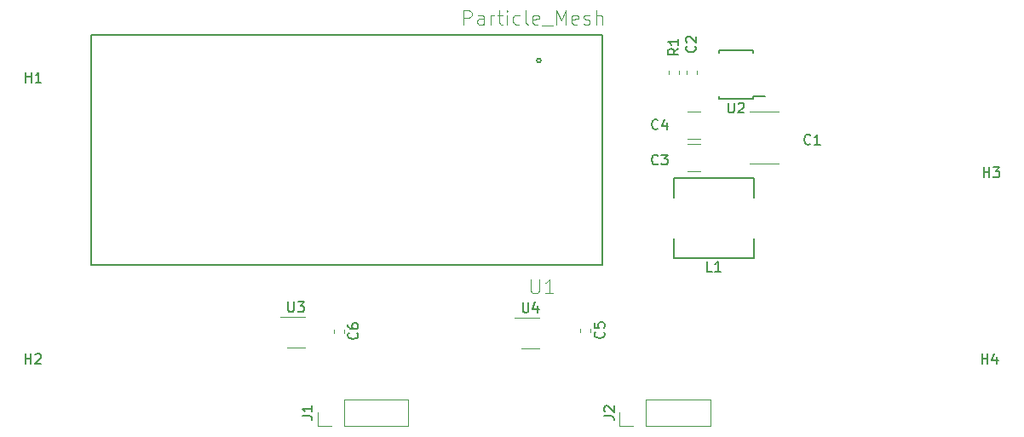
<source format=gbr>
G04 #@! TF.GenerationSoftware,KiCad,Pcbnew,5.1.4*
G04 #@! TF.CreationDate,2019-08-23T17:49:04-04:00*
G04 #@! TF.ProjectId,siot-gateway-particle,73696f74-2d67-4617-9465-7761792d7061,rev?*
G04 #@! TF.SameCoordinates,Original*
G04 #@! TF.FileFunction,Legend,Top*
G04 #@! TF.FilePolarity,Positive*
%FSLAX46Y46*%
G04 Gerber Fmt 4.6, Leading zero omitted, Abs format (unit mm)*
G04 Created by KiCad (PCBNEW 5.1.4) date 2019-08-23 17:49:04*
%MOMM*%
%LPD*%
G04 APERTURE LIST*
%ADD10C,0.203200*%
%ADD11C,0.127000*%
%ADD12C,0.150000*%
%ADD13C,0.120000*%
%ADD14C,0.050000*%
G04 APERTURE END LIST*
D10*
X144840000Y-78000000D02*
G75*
G03X144840000Y-78000000I-200000J0D01*
G01*
D11*
X150990000Y-75460000D02*
X150990000Y-98320000D01*
X100190000Y-75460000D02*
X150990000Y-75460000D01*
X100190000Y-98320000D02*
X100190000Y-75460000D01*
X150990000Y-98320000D02*
X100190000Y-98320000D01*
D12*
X165917000Y-81598000D02*
X167142000Y-81598000D01*
X165917000Y-76973000D02*
X162567000Y-76973000D01*
X165917000Y-81823000D02*
X162567000Y-81823000D01*
X165917000Y-76973000D02*
X165917000Y-77273000D01*
X162567000Y-76973000D02*
X162567000Y-77273000D01*
X162567000Y-81823000D02*
X162567000Y-81523000D01*
X165917000Y-81823000D02*
X165917000Y-81598000D01*
D13*
X159457936Y-85770000D02*
X160662064Y-85770000D01*
X159457936Y-83050000D02*
X160662064Y-83050000D01*
X159300000Y-78997221D02*
X159300000Y-79322779D01*
X160320000Y-78997221D02*
X160320000Y-79322779D01*
X159457936Y-89020000D02*
X160662064Y-89020000D01*
X159457936Y-86300000D02*
X160662064Y-86300000D01*
X157550000Y-79034721D02*
X157550000Y-79360279D01*
X158570000Y-79034721D02*
X158570000Y-79360279D01*
D12*
X158060000Y-89660000D02*
X158060000Y-91660000D01*
X166060000Y-89660000D02*
X158060000Y-89660000D01*
X166060000Y-91660000D02*
X166060000Y-89660000D01*
X158060000Y-97660000D02*
X158060000Y-95660000D01*
X166060000Y-97660000D02*
X158060000Y-97660000D01*
X166060000Y-95660000D02*
X166060000Y-97660000D01*
D13*
X168475748Y-83050000D02*
X165644252Y-83050000D01*
X168475748Y-88270000D02*
X165644252Y-88270000D01*
X124290000Y-104737221D02*
X124290000Y-105062779D01*
X125310000Y-104737221D02*
X125310000Y-105062779D01*
X148790000Y-104649721D02*
X148790000Y-104975279D01*
X149810000Y-104649721D02*
X149810000Y-104975279D01*
X144690000Y-103540000D02*
X142260000Y-103540000D01*
X142930000Y-106610000D02*
X144690000Y-106610000D01*
X121380000Y-103490000D02*
X118950000Y-103490000D01*
X119620000Y-106560000D02*
X121380000Y-106560000D01*
X160410000Y-111670000D02*
X161680000Y-111670000D01*
X160410000Y-114330000D02*
X161680000Y-114330000D01*
X152670000Y-114330000D02*
X152670000Y-113000000D01*
X154000000Y-114330000D02*
X152670000Y-114330000D01*
X155270000Y-114330000D02*
X155270000Y-111670000D01*
X155270000Y-111670000D02*
X160410000Y-111670000D01*
X155270000Y-114330000D02*
X160410000Y-114330000D01*
X161680000Y-114330000D02*
X161680000Y-111670000D01*
X130410000Y-111670000D02*
X131680000Y-111670000D01*
X130410000Y-114330000D02*
X131680000Y-114330000D01*
X122670000Y-114330000D02*
X122670000Y-113000000D01*
X124000000Y-114330000D02*
X122670000Y-114330000D01*
X125270000Y-114330000D02*
X125270000Y-111670000D01*
X125270000Y-111670000D02*
X130410000Y-111670000D01*
X125270000Y-114330000D02*
X130410000Y-114330000D01*
X131680000Y-114330000D02*
X131680000Y-111670000D01*
D14*
X143865693Y-99739323D02*
X143865693Y-100875036D01*
X143932500Y-101008650D01*
X143999306Y-101075456D01*
X144132920Y-101142263D01*
X144400146Y-101142263D01*
X144533760Y-101075456D01*
X144600566Y-101008650D01*
X144667373Y-100875036D01*
X144667373Y-99739323D01*
X146070313Y-101142263D02*
X145268633Y-101142263D01*
X145669473Y-101142263D02*
X145669473Y-99739323D01*
X145535860Y-99939743D01*
X145402246Y-100073356D01*
X145268633Y-100140163D01*
X137164030Y-74414644D02*
X137164030Y-73011524D01*
X137698552Y-73011524D01*
X137832182Y-73078340D01*
X137898998Y-73145155D01*
X137965813Y-73278785D01*
X137965813Y-73479231D01*
X137898998Y-73612861D01*
X137832182Y-73679677D01*
X137698552Y-73746492D01*
X137164030Y-73746492D01*
X139168487Y-74414644D02*
X139168487Y-73679677D01*
X139101672Y-73546046D01*
X138968041Y-73479231D01*
X138700780Y-73479231D01*
X138567150Y-73546046D01*
X139168487Y-74347829D02*
X139034857Y-74414644D01*
X138700780Y-74414644D01*
X138567150Y-74347829D01*
X138500335Y-74214199D01*
X138500335Y-74080568D01*
X138567150Y-73946938D01*
X138700780Y-73880122D01*
X139034857Y-73880122D01*
X139168487Y-73813307D01*
X139836640Y-74414644D02*
X139836640Y-73479231D01*
X139836640Y-73746492D02*
X139903455Y-73612861D01*
X139970270Y-73546046D01*
X140103900Y-73479231D01*
X140237531Y-73479231D01*
X140504792Y-73479231D02*
X141039314Y-73479231D01*
X140705238Y-73011524D02*
X140705238Y-74214199D01*
X140772053Y-74347829D01*
X140905683Y-74414644D01*
X141039314Y-74414644D01*
X141507020Y-74414644D02*
X141507020Y-73479231D01*
X141507020Y-73011524D02*
X141440205Y-73078340D01*
X141507020Y-73145155D01*
X141573836Y-73078340D01*
X141507020Y-73011524D01*
X141507020Y-73145155D01*
X142776510Y-74347829D02*
X142642880Y-74414644D01*
X142375619Y-74414644D01*
X142241988Y-74347829D01*
X142175173Y-74281014D01*
X142108358Y-74147383D01*
X142108358Y-73746492D01*
X142175173Y-73612861D01*
X142241988Y-73546046D01*
X142375619Y-73479231D01*
X142642880Y-73479231D01*
X142776510Y-73546046D01*
X143578293Y-74414644D02*
X143444662Y-74347829D01*
X143377847Y-74214199D01*
X143377847Y-73011524D01*
X144647337Y-74347829D02*
X144513706Y-74414644D01*
X144246445Y-74414644D01*
X144112815Y-74347829D01*
X144046000Y-74214199D01*
X144046000Y-73679677D01*
X144112815Y-73546046D01*
X144246445Y-73479231D01*
X144513706Y-73479231D01*
X144647337Y-73546046D01*
X144714152Y-73679677D01*
X144714152Y-73813307D01*
X144046000Y-73946938D01*
X144981413Y-74548275D02*
X146050457Y-74548275D01*
X146384533Y-74414644D02*
X146384533Y-73011524D01*
X146852240Y-74013753D01*
X147319946Y-73011524D01*
X147319946Y-74414644D01*
X148522620Y-74347829D02*
X148388990Y-74414644D01*
X148121729Y-74414644D01*
X147988099Y-74347829D01*
X147921283Y-74214199D01*
X147921283Y-73679677D01*
X147988099Y-73546046D01*
X148121729Y-73479231D01*
X148388990Y-73479231D01*
X148522620Y-73546046D01*
X148589436Y-73679677D01*
X148589436Y-73813307D01*
X147921283Y-73946938D01*
X149123958Y-74347829D02*
X149257588Y-74414644D01*
X149524849Y-74414644D01*
X149658480Y-74347829D01*
X149725295Y-74214199D01*
X149725295Y-74147383D01*
X149658480Y-74013753D01*
X149524849Y-73946938D01*
X149324403Y-73946938D01*
X149190773Y-73880122D01*
X149123958Y-73746492D01*
X149123958Y-73679677D01*
X149190773Y-73546046D01*
X149324403Y-73479231D01*
X149524849Y-73479231D01*
X149658480Y-73546046D01*
X150326632Y-74414644D02*
X150326632Y-73011524D01*
X150927969Y-74414644D02*
X150927969Y-73679677D01*
X150861154Y-73546046D01*
X150727523Y-73479231D01*
X150527078Y-73479231D01*
X150393447Y-73546046D01*
X150326632Y-73612861D01*
D12*
X163480095Y-82200380D02*
X163480095Y-83009904D01*
X163527714Y-83105142D01*
X163575333Y-83152761D01*
X163670571Y-83200380D01*
X163861047Y-83200380D01*
X163956285Y-83152761D01*
X164003904Y-83105142D01*
X164051523Y-83009904D01*
X164051523Y-82200380D01*
X164480095Y-82295619D02*
X164527714Y-82248000D01*
X164622952Y-82200380D01*
X164861047Y-82200380D01*
X164956285Y-82248000D01*
X165003904Y-82295619D01*
X165051523Y-82390857D01*
X165051523Y-82486095D01*
X165003904Y-82628952D01*
X164432476Y-83200380D01*
X165051523Y-83200380D01*
X156493333Y-84767142D02*
X156445714Y-84814761D01*
X156302857Y-84862380D01*
X156207619Y-84862380D01*
X156064761Y-84814761D01*
X155969523Y-84719523D01*
X155921904Y-84624285D01*
X155874285Y-84433809D01*
X155874285Y-84290952D01*
X155921904Y-84100476D01*
X155969523Y-84005238D01*
X156064761Y-83910000D01*
X156207619Y-83862380D01*
X156302857Y-83862380D01*
X156445714Y-83910000D01*
X156493333Y-83957619D01*
X157350476Y-84195714D02*
X157350476Y-84862380D01*
X157112380Y-83814761D02*
X156874285Y-84529047D01*
X157493333Y-84529047D01*
X160167142Y-76576666D02*
X160214761Y-76624285D01*
X160262380Y-76767142D01*
X160262380Y-76862380D01*
X160214761Y-77005238D01*
X160119523Y-77100476D01*
X160024285Y-77148095D01*
X159833809Y-77195714D01*
X159690952Y-77195714D01*
X159500476Y-77148095D01*
X159405238Y-77100476D01*
X159310000Y-77005238D01*
X159262380Y-76862380D01*
X159262380Y-76767142D01*
X159310000Y-76624285D01*
X159357619Y-76576666D01*
X159357619Y-76195714D02*
X159310000Y-76148095D01*
X159262380Y-76052857D01*
X159262380Y-75814761D01*
X159310000Y-75719523D01*
X159357619Y-75671904D01*
X159452857Y-75624285D01*
X159548095Y-75624285D01*
X159690952Y-75671904D01*
X160262380Y-76243333D01*
X160262380Y-75624285D01*
X156493333Y-88267142D02*
X156445714Y-88314761D01*
X156302857Y-88362380D01*
X156207619Y-88362380D01*
X156064761Y-88314761D01*
X155969523Y-88219523D01*
X155921904Y-88124285D01*
X155874285Y-87933809D01*
X155874285Y-87790952D01*
X155921904Y-87600476D01*
X155969523Y-87505238D01*
X156064761Y-87410000D01*
X156207619Y-87362380D01*
X156302857Y-87362380D01*
X156445714Y-87410000D01*
X156493333Y-87457619D01*
X156826666Y-87362380D02*
X157445714Y-87362380D01*
X157112380Y-87743333D01*
X157255238Y-87743333D01*
X157350476Y-87790952D01*
X157398095Y-87838571D01*
X157445714Y-87933809D01*
X157445714Y-88171904D01*
X157398095Y-88267142D01*
X157350476Y-88314761D01*
X157255238Y-88362380D01*
X156969523Y-88362380D01*
X156874285Y-88314761D01*
X156826666Y-88267142D01*
X158512380Y-76826666D02*
X158036190Y-77160000D01*
X158512380Y-77398095D02*
X157512380Y-77398095D01*
X157512380Y-77017142D01*
X157560000Y-76921904D01*
X157607619Y-76874285D01*
X157702857Y-76826666D01*
X157845714Y-76826666D01*
X157940952Y-76874285D01*
X157988571Y-76921904D01*
X158036190Y-77017142D01*
X158036190Y-77398095D01*
X158512380Y-75874285D02*
X158512380Y-76445714D01*
X158512380Y-76160000D02*
X157512380Y-76160000D01*
X157655238Y-76255238D01*
X157750476Y-76350476D01*
X157798095Y-76445714D01*
X161868333Y-98962380D02*
X161392142Y-98962380D01*
X161392142Y-97962380D01*
X162725476Y-98962380D02*
X162154047Y-98962380D01*
X162439761Y-98962380D02*
X162439761Y-97962380D01*
X162344523Y-98105238D01*
X162249285Y-98200476D01*
X162154047Y-98248095D01*
X171643333Y-86267142D02*
X171595714Y-86314761D01*
X171452857Y-86362380D01*
X171357619Y-86362380D01*
X171214761Y-86314761D01*
X171119523Y-86219523D01*
X171071904Y-86124285D01*
X171024285Y-85933809D01*
X171024285Y-85790952D01*
X171071904Y-85600476D01*
X171119523Y-85505238D01*
X171214761Y-85410000D01*
X171357619Y-85362380D01*
X171452857Y-85362380D01*
X171595714Y-85410000D01*
X171643333Y-85457619D01*
X172595714Y-86362380D02*
X172024285Y-86362380D01*
X172310000Y-86362380D02*
X172310000Y-85362380D01*
X172214761Y-85505238D01*
X172119523Y-85600476D01*
X172024285Y-85648095D01*
X188688095Y-108162380D02*
X188688095Y-107162380D01*
X188688095Y-107638571D02*
X189259523Y-107638571D01*
X189259523Y-108162380D02*
X189259523Y-107162380D01*
X190164285Y-107495714D02*
X190164285Y-108162380D01*
X189926190Y-107114761D02*
X189688095Y-107829047D01*
X190307142Y-107829047D01*
X188848095Y-89622380D02*
X188848095Y-88622380D01*
X188848095Y-89098571D02*
X189419523Y-89098571D01*
X189419523Y-89622380D02*
X189419523Y-88622380D01*
X189800476Y-88622380D02*
X190419523Y-88622380D01*
X190086190Y-89003333D01*
X190229047Y-89003333D01*
X190324285Y-89050952D01*
X190371904Y-89098571D01*
X190419523Y-89193809D01*
X190419523Y-89431904D01*
X190371904Y-89527142D01*
X190324285Y-89574761D01*
X190229047Y-89622380D01*
X189943333Y-89622380D01*
X189848095Y-89574761D01*
X189800476Y-89527142D01*
X93598095Y-108152380D02*
X93598095Y-107152380D01*
X93598095Y-107628571D02*
X94169523Y-107628571D01*
X94169523Y-108152380D02*
X94169523Y-107152380D01*
X94598095Y-107247619D02*
X94645714Y-107200000D01*
X94740952Y-107152380D01*
X94979047Y-107152380D01*
X95074285Y-107200000D01*
X95121904Y-107247619D01*
X95169523Y-107342857D01*
X95169523Y-107438095D01*
X95121904Y-107580952D01*
X94550476Y-108152380D01*
X95169523Y-108152380D01*
X93618095Y-80172380D02*
X93618095Y-79172380D01*
X93618095Y-79648571D02*
X94189523Y-79648571D01*
X94189523Y-80172380D02*
X94189523Y-79172380D01*
X95189523Y-80172380D02*
X94618095Y-80172380D01*
X94903809Y-80172380D02*
X94903809Y-79172380D01*
X94808571Y-79315238D01*
X94713333Y-79410476D01*
X94618095Y-79458095D01*
X126587142Y-105066666D02*
X126634761Y-105114285D01*
X126682380Y-105257142D01*
X126682380Y-105352380D01*
X126634761Y-105495238D01*
X126539523Y-105590476D01*
X126444285Y-105638095D01*
X126253809Y-105685714D01*
X126110952Y-105685714D01*
X125920476Y-105638095D01*
X125825238Y-105590476D01*
X125730000Y-105495238D01*
X125682380Y-105352380D01*
X125682380Y-105257142D01*
X125730000Y-105114285D01*
X125777619Y-105066666D01*
X125682380Y-104209523D02*
X125682380Y-104400000D01*
X125730000Y-104495238D01*
X125777619Y-104542857D01*
X125920476Y-104638095D01*
X126110952Y-104685714D01*
X126491904Y-104685714D01*
X126587142Y-104638095D01*
X126634761Y-104590476D01*
X126682380Y-104495238D01*
X126682380Y-104304761D01*
X126634761Y-104209523D01*
X126587142Y-104161904D01*
X126491904Y-104114285D01*
X126253809Y-104114285D01*
X126158571Y-104161904D01*
X126110952Y-104209523D01*
X126063333Y-104304761D01*
X126063333Y-104495238D01*
X126110952Y-104590476D01*
X126158571Y-104638095D01*
X126253809Y-104685714D01*
X151087142Y-104979166D02*
X151134761Y-105026785D01*
X151182380Y-105169642D01*
X151182380Y-105264880D01*
X151134761Y-105407738D01*
X151039523Y-105502976D01*
X150944285Y-105550595D01*
X150753809Y-105598214D01*
X150610952Y-105598214D01*
X150420476Y-105550595D01*
X150325238Y-105502976D01*
X150230000Y-105407738D01*
X150182380Y-105264880D01*
X150182380Y-105169642D01*
X150230000Y-105026785D01*
X150277619Y-104979166D01*
X150182380Y-104074404D02*
X150182380Y-104550595D01*
X150658571Y-104598214D01*
X150610952Y-104550595D01*
X150563333Y-104455357D01*
X150563333Y-104217261D01*
X150610952Y-104122023D01*
X150658571Y-104074404D01*
X150753809Y-104026785D01*
X150991904Y-104026785D01*
X151087142Y-104074404D01*
X151134761Y-104122023D01*
X151182380Y-104217261D01*
X151182380Y-104455357D01*
X151134761Y-104550595D01*
X151087142Y-104598214D01*
X143048095Y-102052380D02*
X143048095Y-102861904D01*
X143095714Y-102957142D01*
X143143333Y-103004761D01*
X143238571Y-103052380D01*
X143429047Y-103052380D01*
X143524285Y-103004761D01*
X143571904Y-102957142D01*
X143619523Y-102861904D01*
X143619523Y-102052380D01*
X144524285Y-102385714D02*
X144524285Y-103052380D01*
X144286190Y-102004761D02*
X144048095Y-102719047D01*
X144667142Y-102719047D01*
X119738095Y-102002380D02*
X119738095Y-102811904D01*
X119785714Y-102907142D01*
X119833333Y-102954761D01*
X119928571Y-103002380D01*
X120119047Y-103002380D01*
X120214285Y-102954761D01*
X120261904Y-102907142D01*
X120309523Y-102811904D01*
X120309523Y-102002380D01*
X120690476Y-102002380D02*
X121309523Y-102002380D01*
X120976190Y-102383333D01*
X121119047Y-102383333D01*
X121214285Y-102430952D01*
X121261904Y-102478571D01*
X121309523Y-102573809D01*
X121309523Y-102811904D01*
X121261904Y-102907142D01*
X121214285Y-102954761D01*
X121119047Y-103002380D01*
X120833333Y-103002380D01*
X120738095Y-102954761D01*
X120690476Y-102907142D01*
X151122380Y-113333333D02*
X151836666Y-113333333D01*
X151979523Y-113380952D01*
X152074761Y-113476190D01*
X152122380Y-113619047D01*
X152122380Y-113714285D01*
X151217619Y-112904761D02*
X151170000Y-112857142D01*
X151122380Y-112761904D01*
X151122380Y-112523809D01*
X151170000Y-112428571D01*
X151217619Y-112380952D01*
X151312857Y-112333333D01*
X151408095Y-112333333D01*
X151550952Y-112380952D01*
X152122380Y-112952380D01*
X152122380Y-112333333D01*
X121122380Y-113333333D02*
X121836666Y-113333333D01*
X121979523Y-113380952D01*
X122074761Y-113476190D01*
X122122380Y-113619047D01*
X122122380Y-113714285D01*
X122122380Y-112333333D02*
X122122380Y-112904761D01*
X122122380Y-112619047D02*
X121122380Y-112619047D01*
X121265238Y-112714285D01*
X121360476Y-112809523D01*
X121408095Y-112904761D01*
M02*

</source>
